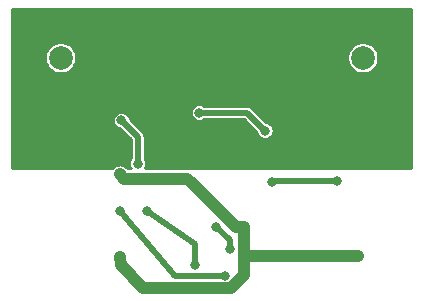
<source format=gbl>
G04 #@! TF.GenerationSoftware,KiCad,Pcbnew,5.1.5+dfsg1-2*
G04 #@! TF.CreationDate,2020-03-14T19:30:29+01:00*
G04 #@! TF.ProjectId,BlinkySWR-0.2-S,426c696e-6b79-4535-9752-2d302e322d53,rev?*
G04 #@! TF.SameCoordinates,Original*
G04 #@! TF.FileFunction,Copper,L2,Bot*
G04 #@! TF.FilePolarity,Positive*
%FSLAX46Y46*%
G04 Gerber Fmt 4.6, Leading zero omitted, Abs format (unit mm)*
G04 Created by KiCad (PCBNEW 5.1.5+dfsg1-2) date 2020-03-14 19:30:29*
%MOMM*%
%LPD*%
G04 APERTURE LIST*
%ADD10C,2.500000*%
%ADD11C,2.000000*%
%ADD12C,0.800000*%
%ADD13C,0.500000*%
%ADD14C,1.000000*%
%ADD15C,0.254000*%
G04 APERTURE END LIST*
D10*
X39624000Y8460000D03*
X34544000Y8460000D03*
X39624000Y13540000D03*
X34544000Y13540000D03*
D11*
X37084000Y11000000D03*
D10*
X8960000Y13540000D03*
X14040000Y13540000D03*
X8960000Y8460000D03*
X14040000Y8460000D03*
D11*
X11500000Y11000000D03*
D12*
X24677998Y-3327400D03*
X22860000Y-6527800D03*
X25831800Y-5181600D03*
X18796000Y-1955800D03*
X27025600Y-3378200D03*
X22199600Y762000D03*
X16510000Y1125000D03*
X34874200Y533400D03*
X29442000Y508000D03*
X36703000Y-5765800D03*
X16560800Y-5842000D03*
X28803600Y4826000D03*
X23241000Y6350000D03*
X18034000Y2032000D03*
X16653000Y5699000D03*
X25435635Y-7449021D03*
X16560800Y-1981200D03*
X11508000Y3484000D03*
X10508000Y3484000D03*
X12508000Y1984000D03*
X13508000Y1984000D03*
X15008000Y3484000D03*
X16008000Y3484000D03*
X11000000Y14000000D03*
X12000000Y14000000D03*
X8500000Y11500000D03*
X8500000Y10500000D03*
X11000000Y8000000D03*
X12000000Y8000000D03*
X16000000Y9500000D03*
X17500000Y11500000D03*
X18500000Y11500000D03*
X17000000Y14500000D03*
X16000000Y14500000D03*
X18000000Y14500000D03*
X19000000Y14500000D03*
X20000000Y14500000D03*
X21000000Y14500000D03*
X22000000Y14000000D03*
X21000000Y11000000D03*
X21000000Y9500000D03*
X21000000Y8000000D03*
X21000000Y6500000D03*
X27500000Y14000000D03*
X26500000Y14000000D03*
X25500000Y14000000D03*
X24500000Y13500000D03*
X23500000Y13000000D03*
X30500000Y12000000D03*
X31500000Y12000000D03*
X32500000Y12000000D03*
X33500000Y12000000D03*
X29500000Y12500000D03*
X36500000Y13000000D03*
X37500000Y13000000D03*
X39000000Y11500000D03*
X39000000Y10500000D03*
X32500000Y8000000D03*
X31500000Y8000000D03*
X30500000Y8000000D03*
X29500000Y8000000D03*
X28500000Y8000000D03*
X26000000Y11500000D03*
X25500000Y10500000D03*
X25500000Y9500000D03*
X25500000Y8500000D03*
X25500000Y7500000D03*
X22707600Y13436600D03*
D13*
X25831800Y-4481202D02*
X25831800Y-5181600D01*
X24677998Y-3327400D02*
X25831800Y-4481202D01*
X22860000Y-4775200D02*
X22860000Y-6527800D01*
X18796000Y-1955800D02*
X22860000Y-4775200D01*
D14*
X26339800Y-3378200D02*
X22599599Y362001D01*
X27025600Y-3378200D02*
X26339800Y-3378200D01*
X22599599Y362001D02*
X22199600Y762000D01*
X21633915Y762000D02*
X22199600Y762000D01*
X16510000Y1125000D02*
X16873000Y762000D01*
X16873000Y762000D02*
X21633915Y762000D01*
D13*
X34874200Y533400D02*
X29467400Y533400D01*
X29467400Y533400D02*
X29442000Y508000D01*
D14*
X27025600Y-3378200D02*
X27025600Y-5765800D01*
X27025600Y-5765800D02*
X36703000Y-5765800D01*
X25939637Y-8499023D02*
X27025600Y-7413060D01*
X18455823Y-8499023D02*
X25939637Y-8499023D01*
X16560800Y-5842000D02*
X16586200Y-6553200D01*
X27025600Y-7413060D02*
X27025600Y-5765800D01*
X16586200Y-6553200D02*
X18455823Y-8499023D01*
D13*
X28803600Y4826000D02*
X27279600Y6350000D01*
X27279600Y6350000D02*
X23241000Y6350000D01*
X18034000Y2032000D02*
X18034000Y4318000D01*
X18034000Y4318000D02*
X16653000Y5699000D01*
X24869950Y-7449021D02*
X25435635Y-7449021D01*
X21215821Y-7449021D02*
X24869950Y-7449021D01*
X16560800Y-1981200D02*
X21215821Y-7449021D01*
D15*
G36*
X41148000Y1627000D02*
G01*
X18637744Y1627000D01*
X18678259Y1687636D01*
X18733062Y1819942D01*
X18761000Y1960397D01*
X18761000Y2103603D01*
X18733062Y2244058D01*
X18678259Y2376364D01*
X18611000Y2477025D01*
X18611000Y4289669D01*
X18613790Y4318000D01*
X18609402Y4362564D01*
X18605915Y4397964D01*
X18602651Y4431112D01*
X18580574Y4503887D01*
X18569657Y4539876D01*
X18516079Y4640115D01*
X18443974Y4727974D01*
X18421962Y4746039D01*
X17375680Y5792321D01*
X17352062Y5911058D01*
X17297259Y6043364D01*
X17217698Y6162436D01*
X17116436Y6263698D01*
X16997364Y6343259D01*
X16865058Y6398062D01*
X16746709Y6421603D01*
X22514000Y6421603D01*
X22514000Y6278397D01*
X22541938Y6137942D01*
X22596741Y6005636D01*
X22676302Y5886564D01*
X22777564Y5785302D01*
X22896636Y5705741D01*
X23028942Y5650938D01*
X23169397Y5623000D01*
X23312603Y5623000D01*
X23453058Y5650938D01*
X23585364Y5705741D01*
X23686025Y5773000D01*
X27040599Y5773000D01*
X28080920Y4732679D01*
X28104538Y4613942D01*
X28159341Y4481636D01*
X28238902Y4362564D01*
X28340164Y4261302D01*
X28459236Y4181741D01*
X28591542Y4126938D01*
X28731997Y4099000D01*
X28875203Y4099000D01*
X29015658Y4126938D01*
X29147964Y4181741D01*
X29267036Y4261302D01*
X29368298Y4362564D01*
X29447859Y4481636D01*
X29502662Y4613942D01*
X29530600Y4754397D01*
X29530600Y4897603D01*
X29502662Y5038058D01*
X29447859Y5170364D01*
X29368298Y5289436D01*
X29267036Y5390698D01*
X29147964Y5470259D01*
X29015658Y5525062D01*
X28896921Y5548680D01*
X27707639Y6737962D01*
X27689574Y6759974D01*
X27601715Y6832079D01*
X27501476Y6885657D01*
X27437370Y6905103D01*
X27392711Y6918651D01*
X27337645Y6924074D01*
X27307936Y6927000D01*
X27307931Y6927000D01*
X27279600Y6929790D01*
X27251269Y6927000D01*
X23686025Y6927000D01*
X23585364Y6994259D01*
X23453058Y7049062D01*
X23312603Y7077000D01*
X23169397Y7077000D01*
X23028942Y7049062D01*
X22896636Y6994259D01*
X22777564Y6914698D01*
X22676302Y6813436D01*
X22596741Y6694364D01*
X22541938Y6562058D01*
X22514000Y6421603D01*
X16746709Y6421603D01*
X16724603Y6426000D01*
X16581397Y6426000D01*
X16440942Y6398062D01*
X16308636Y6343259D01*
X16189564Y6263698D01*
X16088302Y6162436D01*
X16008741Y6043364D01*
X15953938Y5911058D01*
X15926000Y5770603D01*
X15926000Y5627397D01*
X15953938Y5486942D01*
X16008741Y5354636D01*
X16088302Y5235564D01*
X16189564Y5134302D01*
X16308636Y5054741D01*
X16440942Y4999938D01*
X16559679Y4976320D01*
X17457001Y4078998D01*
X17457000Y2477025D01*
X17389741Y2376364D01*
X17334938Y2244058D01*
X17307000Y2103603D01*
X17307000Y1960397D01*
X17334938Y1819942D01*
X17389741Y1687636D01*
X17430256Y1627000D01*
X17177553Y1627000D01*
X17066051Y1738502D01*
X16971679Y1815952D01*
X16828010Y1892744D01*
X16672120Y1940033D01*
X16510000Y1956000D01*
X16347880Y1940033D01*
X16191990Y1892744D01*
X16048321Y1815952D01*
X15922394Y1712606D01*
X15852139Y1627000D01*
X7352000Y1627000D01*
X7352000Y11130698D01*
X10173000Y11130698D01*
X10173000Y10869302D01*
X10223996Y10612928D01*
X10324028Y10371430D01*
X10469252Y10154087D01*
X10654087Y9969252D01*
X10871430Y9824028D01*
X11112928Y9723996D01*
X11369302Y9673000D01*
X11630698Y9673000D01*
X11887072Y9723996D01*
X12128570Y9824028D01*
X12345913Y9969252D01*
X12530748Y10154087D01*
X12675972Y10371430D01*
X12776004Y10612928D01*
X12827000Y10869302D01*
X12827000Y11130698D01*
X35757000Y11130698D01*
X35757000Y10869302D01*
X35807996Y10612928D01*
X35908028Y10371430D01*
X36053252Y10154087D01*
X36238087Y9969252D01*
X36455430Y9824028D01*
X36696928Y9723996D01*
X36953302Y9673000D01*
X37214698Y9673000D01*
X37471072Y9723996D01*
X37712570Y9824028D01*
X37929913Y9969252D01*
X38114748Y10154087D01*
X38259972Y10371430D01*
X38360004Y10612928D01*
X38411000Y10869302D01*
X38411000Y11130698D01*
X38360004Y11387072D01*
X38259972Y11628570D01*
X38114748Y11845913D01*
X37929913Y12030748D01*
X37712570Y12175972D01*
X37471072Y12276004D01*
X37214698Y12327000D01*
X36953302Y12327000D01*
X36696928Y12276004D01*
X36455430Y12175972D01*
X36238087Y12030748D01*
X36053252Y11845913D01*
X35908028Y11628570D01*
X35807996Y11387072D01*
X35757000Y11130698D01*
X12827000Y11130698D01*
X12776004Y11387072D01*
X12675972Y11628570D01*
X12530748Y11845913D01*
X12345913Y12030748D01*
X12128570Y12175972D01*
X11887072Y12276004D01*
X11630698Y12327000D01*
X11369302Y12327000D01*
X11112928Y12276004D01*
X10871430Y12175972D01*
X10654087Y12030748D01*
X10469252Y11845913D01*
X10324028Y11628570D01*
X10223996Y11387072D01*
X10173000Y11130698D01*
X7352000Y11130698D01*
X7352000Y15148000D01*
X41148001Y15148000D01*
X41148000Y1627000D01*
G37*
X41148000Y1627000D02*
X18637744Y1627000D01*
X18678259Y1687636D01*
X18733062Y1819942D01*
X18761000Y1960397D01*
X18761000Y2103603D01*
X18733062Y2244058D01*
X18678259Y2376364D01*
X18611000Y2477025D01*
X18611000Y4289669D01*
X18613790Y4318000D01*
X18609402Y4362564D01*
X18605915Y4397964D01*
X18602651Y4431112D01*
X18580574Y4503887D01*
X18569657Y4539876D01*
X18516079Y4640115D01*
X18443974Y4727974D01*
X18421962Y4746039D01*
X17375680Y5792321D01*
X17352062Y5911058D01*
X17297259Y6043364D01*
X17217698Y6162436D01*
X17116436Y6263698D01*
X16997364Y6343259D01*
X16865058Y6398062D01*
X16746709Y6421603D01*
X22514000Y6421603D01*
X22514000Y6278397D01*
X22541938Y6137942D01*
X22596741Y6005636D01*
X22676302Y5886564D01*
X22777564Y5785302D01*
X22896636Y5705741D01*
X23028942Y5650938D01*
X23169397Y5623000D01*
X23312603Y5623000D01*
X23453058Y5650938D01*
X23585364Y5705741D01*
X23686025Y5773000D01*
X27040599Y5773000D01*
X28080920Y4732679D01*
X28104538Y4613942D01*
X28159341Y4481636D01*
X28238902Y4362564D01*
X28340164Y4261302D01*
X28459236Y4181741D01*
X28591542Y4126938D01*
X28731997Y4099000D01*
X28875203Y4099000D01*
X29015658Y4126938D01*
X29147964Y4181741D01*
X29267036Y4261302D01*
X29368298Y4362564D01*
X29447859Y4481636D01*
X29502662Y4613942D01*
X29530600Y4754397D01*
X29530600Y4897603D01*
X29502662Y5038058D01*
X29447859Y5170364D01*
X29368298Y5289436D01*
X29267036Y5390698D01*
X29147964Y5470259D01*
X29015658Y5525062D01*
X28896921Y5548680D01*
X27707639Y6737962D01*
X27689574Y6759974D01*
X27601715Y6832079D01*
X27501476Y6885657D01*
X27437370Y6905103D01*
X27392711Y6918651D01*
X27337645Y6924074D01*
X27307936Y6927000D01*
X27307931Y6927000D01*
X27279600Y6929790D01*
X27251269Y6927000D01*
X23686025Y6927000D01*
X23585364Y6994259D01*
X23453058Y7049062D01*
X23312603Y7077000D01*
X23169397Y7077000D01*
X23028942Y7049062D01*
X22896636Y6994259D01*
X22777564Y6914698D01*
X22676302Y6813436D01*
X22596741Y6694364D01*
X22541938Y6562058D01*
X22514000Y6421603D01*
X16746709Y6421603D01*
X16724603Y6426000D01*
X16581397Y6426000D01*
X16440942Y6398062D01*
X16308636Y6343259D01*
X16189564Y6263698D01*
X16088302Y6162436D01*
X16008741Y6043364D01*
X15953938Y5911058D01*
X15926000Y5770603D01*
X15926000Y5627397D01*
X15953938Y5486942D01*
X16008741Y5354636D01*
X16088302Y5235564D01*
X16189564Y5134302D01*
X16308636Y5054741D01*
X16440942Y4999938D01*
X16559679Y4976320D01*
X17457001Y4078998D01*
X17457000Y2477025D01*
X17389741Y2376364D01*
X17334938Y2244058D01*
X17307000Y2103603D01*
X17307000Y1960397D01*
X17334938Y1819942D01*
X17389741Y1687636D01*
X17430256Y1627000D01*
X17177553Y1627000D01*
X17066051Y1738502D01*
X16971679Y1815952D01*
X16828010Y1892744D01*
X16672120Y1940033D01*
X16510000Y1956000D01*
X16347880Y1940033D01*
X16191990Y1892744D01*
X16048321Y1815952D01*
X15922394Y1712606D01*
X15852139Y1627000D01*
X7352000Y1627000D01*
X7352000Y11130698D01*
X10173000Y11130698D01*
X10173000Y10869302D01*
X10223996Y10612928D01*
X10324028Y10371430D01*
X10469252Y10154087D01*
X10654087Y9969252D01*
X10871430Y9824028D01*
X11112928Y9723996D01*
X11369302Y9673000D01*
X11630698Y9673000D01*
X11887072Y9723996D01*
X12128570Y9824028D01*
X12345913Y9969252D01*
X12530748Y10154087D01*
X12675972Y10371430D01*
X12776004Y10612928D01*
X12827000Y10869302D01*
X12827000Y11130698D01*
X35757000Y11130698D01*
X35757000Y10869302D01*
X35807996Y10612928D01*
X35908028Y10371430D01*
X36053252Y10154087D01*
X36238087Y9969252D01*
X36455430Y9824028D01*
X36696928Y9723996D01*
X36953302Y9673000D01*
X37214698Y9673000D01*
X37471072Y9723996D01*
X37712570Y9824028D01*
X37929913Y9969252D01*
X38114748Y10154087D01*
X38259972Y10371430D01*
X38360004Y10612928D01*
X38411000Y10869302D01*
X38411000Y11130698D01*
X38360004Y11387072D01*
X38259972Y11628570D01*
X38114748Y11845913D01*
X37929913Y12030748D01*
X37712570Y12175972D01*
X37471072Y12276004D01*
X37214698Y12327000D01*
X36953302Y12327000D01*
X36696928Y12276004D01*
X36455430Y12175972D01*
X36238087Y12030748D01*
X36053252Y11845913D01*
X35908028Y11628570D01*
X35807996Y11387072D01*
X35757000Y11130698D01*
X12827000Y11130698D01*
X12776004Y11387072D01*
X12675972Y11628570D01*
X12530748Y11845913D01*
X12345913Y12030748D01*
X12128570Y12175972D01*
X11887072Y12276004D01*
X11630698Y12327000D01*
X11369302Y12327000D01*
X11112928Y12276004D01*
X10871430Y12175972D01*
X10654087Y12030748D01*
X10469252Y11845913D01*
X10324028Y11628570D01*
X10223996Y11387072D01*
X10173000Y11130698D01*
X7352000Y11130698D01*
X7352000Y15148000D01*
X41148001Y15148000D01*
X41148000Y1627000D01*
M02*

</source>
